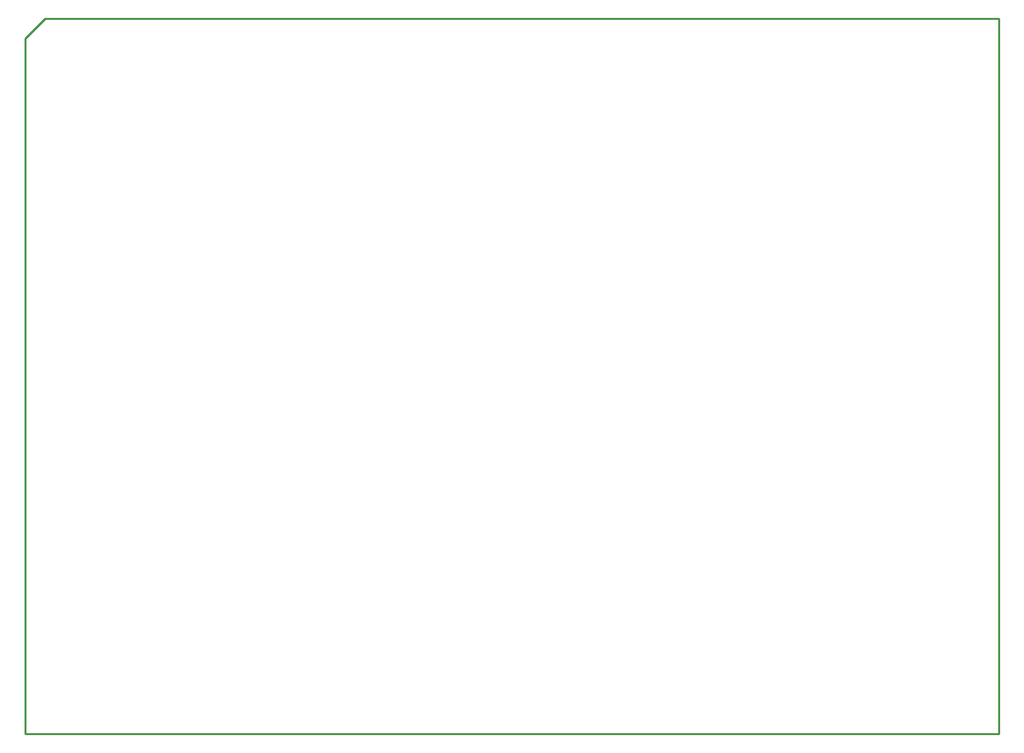
<source format=gbr>
G04 start of page 3 for group 1 idx 12 *
G04 Title: (unknown), outline *
G04 Creator: pcb 4.2.0 *
G04 CreationDate: Wed Jul 29 19:47:20 2020 UTC *
G04 For: commonadmin *
G04 Format: Gerber/RS-274X *
G04 PCB-Dimensions (mil): 6000.00 7000.00 *
G04 PCB-Coordinate-Origin: lower left *
%MOIN*%
%FSLAX25Y25*%
%LNOUTLINE*%
%ADD18C,0.0100*%
G54D18*X0Y390000D02*X10000Y400000D01*
X490000D01*
Y40000D01*
X0D01*
Y390000D01*
M02*

</source>
